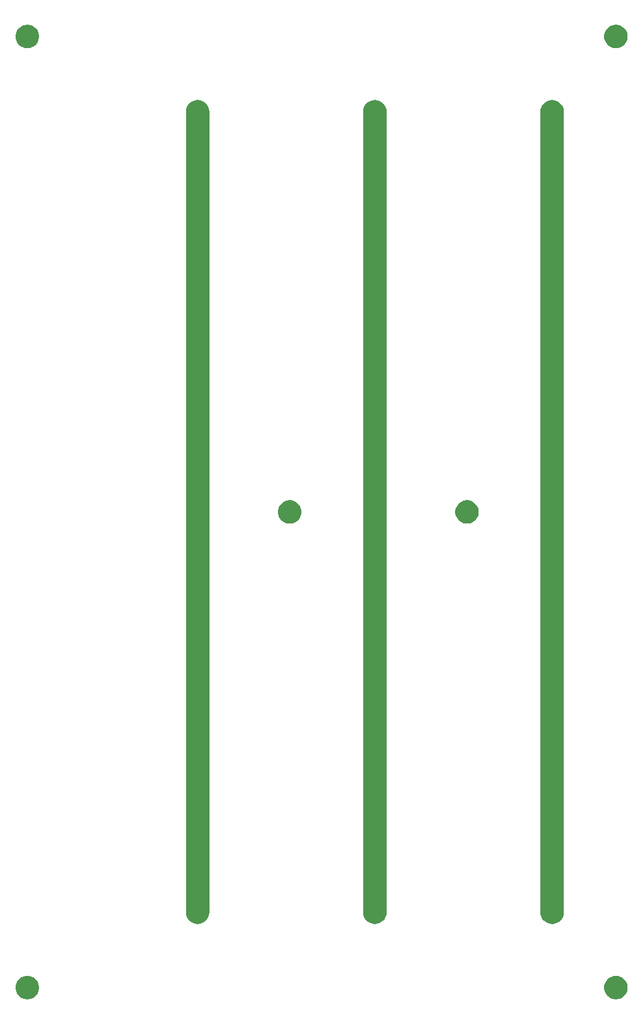
<source format=gbr>
G04 #@! TF.GenerationSoftware,KiCad,Pcbnew,(5.1.5)-3*
G04 #@! TF.CreationDate,2020-02-27T12:36:48+00:00*
G04 #@! TF.ProjectId,midi fader alps 100mm,6d696469-2066-4616-9465-7220616c7073,rev?*
G04 #@! TF.SameCoordinates,Original*
G04 #@! TF.FileFunction,Soldermask,Top*
G04 #@! TF.FilePolarity,Negative*
%FSLAX46Y46*%
G04 Gerber Fmt 4.6, Leading zero omitted, Abs format (unit mm)*
G04 Created by KiCad (PCBNEW (5.1.5)-3) date 2020-02-27 12:36:48*
%MOMM*%
%LPD*%
G04 APERTURE LIST*
%ADD10C,0.100000*%
G04 APERTURE END LIST*
D10*
G36*
X225375256Y-184391298D02*
G01*
X225481579Y-184412447D01*
X225782042Y-184536903D01*
X226052451Y-184717585D01*
X226282415Y-184947549D01*
X226463097Y-185217958D01*
X226587553Y-185518421D01*
X226651000Y-185837391D01*
X226651000Y-186162609D01*
X226587553Y-186481579D01*
X226463097Y-186782042D01*
X226282415Y-187052451D01*
X226052451Y-187282415D01*
X225782042Y-187463097D01*
X225481579Y-187587553D01*
X225375256Y-187608702D01*
X225162611Y-187651000D01*
X224837389Y-187651000D01*
X224624744Y-187608702D01*
X224518421Y-187587553D01*
X224217958Y-187463097D01*
X223947549Y-187282415D01*
X223717585Y-187052451D01*
X223536903Y-186782042D01*
X223412447Y-186481579D01*
X223349000Y-186162609D01*
X223349000Y-185837391D01*
X223412447Y-185518421D01*
X223536903Y-185217958D01*
X223717585Y-184947549D01*
X223947549Y-184717585D01*
X224217958Y-184536903D01*
X224518421Y-184412447D01*
X224624744Y-184391298D01*
X224837389Y-184349000D01*
X225162611Y-184349000D01*
X225375256Y-184391298D01*
G37*
G36*
X308375256Y-184391298D02*
G01*
X308481579Y-184412447D01*
X308782042Y-184536903D01*
X309052451Y-184717585D01*
X309282415Y-184947549D01*
X309463097Y-185217958D01*
X309587553Y-185518421D01*
X309651000Y-185837391D01*
X309651000Y-186162609D01*
X309587553Y-186481579D01*
X309463097Y-186782042D01*
X309282415Y-187052451D01*
X309052451Y-187282415D01*
X308782042Y-187463097D01*
X308481579Y-187587553D01*
X308375256Y-187608702D01*
X308162611Y-187651000D01*
X307837389Y-187651000D01*
X307624744Y-187608702D01*
X307518421Y-187587553D01*
X307217958Y-187463097D01*
X306947549Y-187282415D01*
X306717585Y-187052451D01*
X306536903Y-186782042D01*
X306412447Y-186481579D01*
X306349000Y-186162609D01*
X306349000Y-185837391D01*
X306412447Y-185518421D01*
X306536903Y-185217958D01*
X306717585Y-184947549D01*
X306947549Y-184717585D01*
X307217958Y-184536903D01*
X307518421Y-184412447D01*
X307624744Y-184391298D01*
X307837389Y-184349000D01*
X308162611Y-184349000D01*
X308375256Y-184391298D01*
G37*
G36*
X274323650Y-60972888D02*
G01*
X274634869Y-61067296D01*
X274921682Y-61220601D01*
X274921684Y-61220602D01*
X274921683Y-61220602D01*
X275173082Y-61426918D01*
X275379398Y-61678316D01*
X275379401Y-61678320D01*
X275532704Y-61965130D01*
X275627112Y-62276349D01*
X275651000Y-62518893D01*
X275651000Y-175481107D01*
X275627112Y-175723651D01*
X275532704Y-176034870D01*
X275379401Y-176321680D01*
X275379399Y-176321683D01*
X275379398Y-176321684D01*
X275173082Y-176573082D01*
X274921684Y-176779398D01*
X274921680Y-176779401D01*
X274634870Y-176932704D01*
X274323651Y-177027112D01*
X274000000Y-177058988D01*
X273676350Y-177027112D01*
X273365131Y-176932704D01*
X273078321Y-176779401D01*
X273078317Y-176779398D01*
X272826919Y-176573082D01*
X272620603Y-176321684D01*
X272620602Y-176321683D01*
X272620600Y-176321680D01*
X272467297Y-176034870D01*
X272372889Y-175723651D01*
X272349001Y-175481107D01*
X272349000Y-62518894D01*
X272372888Y-62276350D01*
X272467296Y-61965131D01*
X272620601Y-61678318D01*
X272826916Y-61426921D01*
X272826918Y-61426918D01*
X273078316Y-61220602D01*
X273078317Y-61220601D01*
X273078320Y-61220599D01*
X273365130Y-61067296D01*
X273676349Y-60972888D01*
X274000000Y-60941012D01*
X274323650Y-60972888D01*
G37*
G36*
X299323650Y-60972888D02*
G01*
X299634869Y-61067296D01*
X299921682Y-61220601D01*
X299921684Y-61220602D01*
X299921683Y-61220602D01*
X300173082Y-61426918D01*
X300379398Y-61678316D01*
X300379401Y-61678320D01*
X300532704Y-61965130D01*
X300627112Y-62276349D01*
X300651000Y-62518893D01*
X300651000Y-175481107D01*
X300627112Y-175723651D01*
X300532704Y-176034870D01*
X300379401Y-176321680D01*
X300379399Y-176321683D01*
X300379398Y-176321684D01*
X300173082Y-176573082D01*
X299921684Y-176779398D01*
X299921680Y-176779401D01*
X299634870Y-176932704D01*
X299323651Y-177027112D01*
X299000000Y-177058988D01*
X298676350Y-177027112D01*
X298365131Y-176932704D01*
X298078321Y-176779401D01*
X298078317Y-176779398D01*
X297826919Y-176573082D01*
X297620603Y-176321684D01*
X297620602Y-176321683D01*
X297620600Y-176321680D01*
X297467297Y-176034870D01*
X297372889Y-175723651D01*
X297349001Y-175481107D01*
X297349000Y-62518894D01*
X297372888Y-62276350D01*
X297467296Y-61965131D01*
X297620601Y-61678318D01*
X297826916Y-61426921D01*
X297826918Y-61426918D01*
X298078316Y-61220602D01*
X298078317Y-61220601D01*
X298078320Y-61220599D01*
X298365130Y-61067296D01*
X298676349Y-60972888D01*
X299000000Y-60941012D01*
X299323650Y-60972888D01*
G37*
G36*
X249323650Y-60972888D02*
G01*
X249634869Y-61067296D01*
X249921682Y-61220601D01*
X249921684Y-61220602D01*
X249921683Y-61220602D01*
X250173082Y-61426918D01*
X250379398Y-61678316D01*
X250379401Y-61678320D01*
X250532704Y-61965130D01*
X250627112Y-62276349D01*
X250651000Y-62518893D01*
X250651000Y-175481107D01*
X250627112Y-175723651D01*
X250532704Y-176034870D01*
X250379401Y-176321680D01*
X250379399Y-176321683D01*
X250379398Y-176321684D01*
X250173082Y-176573082D01*
X249921684Y-176779398D01*
X249921680Y-176779401D01*
X249634870Y-176932704D01*
X249323651Y-177027112D01*
X249000000Y-177058988D01*
X248676350Y-177027112D01*
X248365131Y-176932704D01*
X248078321Y-176779401D01*
X248078317Y-176779398D01*
X247826919Y-176573082D01*
X247620603Y-176321684D01*
X247620602Y-176321683D01*
X247620600Y-176321680D01*
X247467297Y-176034870D01*
X247372889Y-175723651D01*
X247349001Y-175481107D01*
X247349000Y-62518894D01*
X247372888Y-62276350D01*
X247467296Y-61965131D01*
X247620601Y-61678318D01*
X247826916Y-61426921D01*
X247826918Y-61426918D01*
X248078316Y-61220602D01*
X248078317Y-61220601D01*
X248078320Y-61220599D01*
X248365130Y-61067296D01*
X248676349Y-60972888D01*
X249000000Y-60941012D01*
X249323650Y-60972888D01*
G37*
G36*
X287375256Y-117391298D02*
G01*
X287481579Y-117412447D01*
X287782042Y-117536903D01*
X288052451Y-117717585D01*
X288282415Y-117947549D01*
X288463097Y-118217958D01*
X288587553Y-118518421D01*
X288651000Y-118837391D01*
X288651000Y-119162609D01*
X288587553Y-119481579D01*
X288463097Y-119782042D01*
X288282415Y-120052451D01*
X288052451Y-120282415D01*
X287782042Y-120463097D01*
X287481579Y-120587553D01*
X287375256Y-120608702D01*
X287162611Y-120651000D01*
X286837389Y-120651000D01*
X286624744Y-120608702D01*
X286518421Y-120587553D01*
X286217958Y-120463097D01*
X285947549Y-120282415D01*
X285717585Y-120052451D01*
X285536903Y-119782042D01*
X285412447Y-119481579D01*
X285349000Y-119162609D01*
X285349000Y-118837391D01*
X285412447Y-118518421D01*
X285536903Y-118217958D01*
X285717585Y-117947549D01*
X285947549Y-117717585D01*
X286217958Y-117536903D01*
X286518421Y-117412447D01*
X286624744Y-117391298D01*
X286837389Y-117349000D01*
X287162611Y-117349000D01*
X287375256Y-117391298D01*
G37*
G36*
X262375256Y-117391298D02*
G01*
X262481579Y-117412447D01*
X262782042Y-117536903D01*
X263052451Y-117717585D01*
X263282415Y-117947549D01*
X263463097Y-118217958D01*
X263587553Y-118518421D01*
X263651000Y-118837391D01*
X263651000Y-119162609D01*
X263587553Y-119481579D01*
X263463097Y-119782042D01*
X263282415Y-120052451D01*
X263052451Y-120282415D01*
X262782042Y-120463097D01*
X262481579Y-120587553D01*
X262375256Y-120608702D01*
X262162611Y-120651000D01*
X261837389Y-120651000D01*
X261624744Y-120608702D01*
X261518421Y-120587553D01*
X261217958Y-120463097D01*
X260947549Y-120282415D01*
X260717585Y-120052451D01*
X260536903Y-119782042D01*
X260412447Y-119481579D01*
X260349000Y-119162609D01*
X260349000Y-118837391D01*
X260412447Y-118518421D01*
X260536903Y-118217958D01*
X260717585Y-117947549D01*
X260947549Y-117717585D01*
X261217958Y-117536903D01*
X261518421Y-117412447D01*
X261624744Y-117391298D01*
X261837389Y-117349000D01*
X262162611Y-117349000D01*
X262375256Y-117391298D01*
G37*
G36*
X308375256Y-50391298D02*
G01*
X308481579Y-50412447D01*
X308782042Y-50536903D01*
X309052451Y-50717585D01*
X309282415Y-50947549D01*
X309463097Y-51217958D01*
X309587553Y-51518421D01*
X309651000Y-51837391D01*
X309651000Y-52162609D01*
X309587553Y-52481579D01*
X309463097Y-52782042D01*
X309282415Y-53052451D01*
X309052451Y-53282415D01*
X308782042Y-53463097D01*
X308481579Y-53587553D01*
X308375256Y-53608702D01*
X308162611Y-53651000D01*
X307837389Y-53651000D01*
X307624744Y-53608702D01*
X307518421Y-53587553D01*
X307217958Y-53463097D01*
X306947549Y-53282415D01*
X306717585Y-53052451D01*
X306536903Y-52782042D01*
X306412447Y-52481579D01*
X306349000Y-52162609D01*
X306349000Y-51837391D01*
X306412447Y-51518421D01*
X306536903Y-51217958D01*
X306717585Y-50947549D01*
X306947549Y-50717585D01*
X307217958Y-50536903D01*
X307518421Y-50412447D01*
X307624744Y-50391298D01*
X307837389Y-50349000D01*
X308162611Y-50349000D01*
X308375256Y-50391298D01*
G37*
G36*
X225375256Y-50391298D02*
G01*
X225481579Y-50412447D01*
X225782042Y-50536903D01*
X226052451Y-50717585D01*
X226282415Y-50947549D01*
X226463097Y-51217958D01*
X226587553Y-51518421D01*
X226651000Y-51837391D01*
X226651000Y-52162609D01*
X226587553Y-52481579D01*
X226463097Y-52782042D01*
X226282415Y-53052451D01*
X226052451Y-53282415D01*
X225782042Y-53463097D01*
X225481579Y-53587553D01*
X225375256Y-53608702D01*
X225162611Y-53651000D01*
X224837389Y-53651000D01*
X224624744Y-53608702D01*
X224518421Y-53587553D01*
X224217958Y-53463097D01*
X223947549Y-53282415D01*
X223717585Y-53052451D01*
X223536903Y-52782042D01*
X223412447Y-52481579D01*
X223349000Y-52162609D01*
X223349000Y-51837391D01*
X223412447Y-51518421D01*
X223536903Y-51217958D01*
X223717585Y-50947549D01*
X223947549Y-50717585D01*
X224217958Y-50536903D01*
X224518421Y-50412447D01*
X224624744Y-50391298D01*
X224837389Y-50349000D01*
X225162611Y-50349000D01*
X225375256Y-50391298D01*
G37*
M02*

</source>
